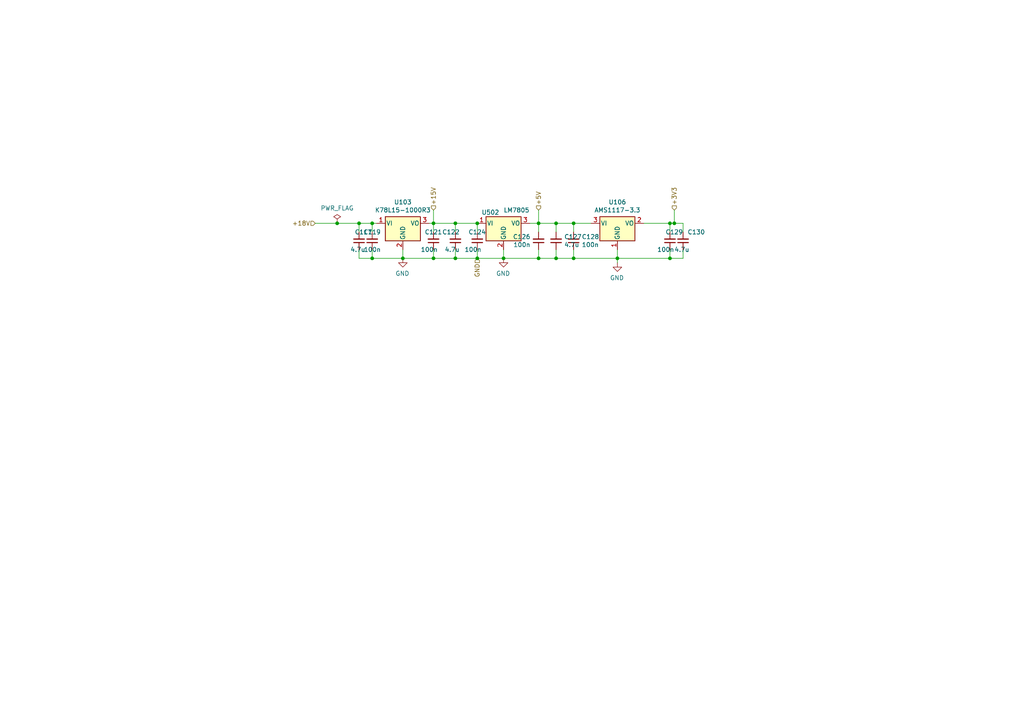
<source format=kicad_sch>
(kicad_sch (version 20250114) (generator "eeschema") (generator_version "9.0")
  (paper "A4")
  (lib_symbols
    (symbol "Device:C_Small" (pin_numbers (hide yes)) (pin_names (offset 0.254) (hide yes))
      (property "Reference" "C" (at 0.254 1.778 0))
      (property "Value" "C_Small" (at 0.254 -2.032 0))
      (symbol "C_Small_0_1"
        (polyline (pts (xy -1.524 0.508) (xy 1.524 0.508)) (stroke (width 0.3048)))
        (polyline (pts (xy -1.524 -0.508) (xy 1.524 -0.508)) (stroke (width 0.3302)))
      )
      (symbol "C_Small_1_1"
        (pin passive line (at 0 2.54 270) (length 2.032) (name "~") (number "1"))
        (pin passive line (at 0 -2.54 90) (length 2.032) (name "~") (number "2"))
      )
    )
    (symbol "Regulator_Linear:AP1117-15" (pin_names (offset 0.254))
      (property "Reference" "U" (at -3.81 3.175 0))
      (property "Value" "AP1117-15" (at 0 3.175 0))
      (symbol "AP1117-15_0_1"
        (rectangle (start -5.08 -5.08) (end 5.08 1.905) (stroke (width 0.254)) (fill (type background)))
      )
      (symbol "AP1117-15_1_1"
        (pin power_in line (at -7.62 0 0) (length 2.54) (name "VI") (number "3"))
        (pin power_in line (at 0 -7.62 90) (length 2.54) (name "GND") (number "1"))
        (pin power_out line (at 7.62 0 180) (length 2.54) (name "VO") (number "2"))
      )
    )
    (symbol "Regulator_Linear:LM7805_TO220" (pin_names (offset 0.254))
      (property "Reference" "U" (at -3.81 3.175 0))
      (property "Value" "LM7805_TO220" (at 0 3.175 0))
      (symbol "LM7805_TO220_0_1"
        (rectangle (start -5.08 1.905) (end 5.08 -5.08) (stroke (width 0.254)) (fill (type background)))
      )
      (symbol "LM7805_TO220_1_1"
        (pin power_in line (at -7.62 0 0) (length 2.54) (name "VI") (number "1"))
        (pin power_in line (at 0 -7.62 90) (length 2.54) (name "GND") (number "2"))
        (pin power_out line (at 7.62 0 180) (length 2.54) (name "VO") (number "3"))
      )
    )
    (symbol "power:GND" (power) (pin_names (offset 0))
      (property "Value" "GND" (at 0 -3.81 0))
      (symbol "GND_0_1"
        (polyline (pts (xy 0 0) (xy 0 -1.27) (xy 1.27 -1.27) (xy 0 -2.54) (xy -1.27 -1.27) (xy 0 -1.27)))
      )
      (symbol "GND_1_1"
        (pin power_in line (at 0 0 270) (length 0) (hide yes) (name "GND") (number "1"))
      )
    )
    (symbol "power:PWR_FLAG" (power) (pin_numbers (hide yes)) (pin_names (offset 0) (hide yes))
      (property "Value" "PWR_FLAG" (at 0 3.81 0))
      (symbol "PWR_FLAG_0_0"
        (pin power_out line (at 0 0 90) (length 0) (name "pwr") (number "1"))
      )
      (symbol "PWR_FLAG_0_1"
        (polyline (pts (xy 0 0) (xy 0 1.27) (xy -1.016 1.905) (xy 0 2.54) (xy 1.016 1.905) (xy 0 1.27)))
      )
    )
  )
  (junction (at 166.37 74.93))
  (junction (at 97.79 64.77))
  (junction (at 107.95 64.77))
  (junction (at 156.21 64.77))
  (junction (at 195.58 64.77))
  (junction (at 161.29 74.93))
  (junction (at 125.73 74.93))
  (junction (at 194.31 64.77))
  (junction (at 104.14 64.77))
  (junction (at 132.08 74.93))
  (junction (at 166.37 64.77))
  (junction (at 179.07 74.93))
  (junction (at 194.31 74.93))
  (junction (at 107.95 74.93))
  (junction (at 125.73 64.77))
  (junction (at 132.08 64.77))
  (junction (at 116.84 74.93))
  (junction (at 138.43 74.93))
  (junction (at 146.05 74.93))
  (junction (at 138.43 64.77))
  (junction (at 156.21 74.93))
  (junction (at 161.29 64.77))
  (wire (pts (xy 125.73 64.77) (xy 124.46 64.77)))
  (wire (pts (xy 166.37 74.93) (xy 161.29 74.93)))
  (wire (pts (xy 179.07 76.2) (xy 179.07 74.93)))
  (wire (pts (xy 179.07 74.93) (xy 194.31 74.93)))
  (wire (pts (xy 104.14 74.93) (xy 104.14 72.39)))
  (wire (pts (xy 125.73 72.39) (xy 125.73 74.93)))
  (wire (pts (xy 125.73 67.31) (xy 125.73 64.77)))
  (wire (pts (xy 156.21 60.96) (xy 156.21 64.77)))
  (wire (pts (xy 104.14 67.31) (xy 104.14 64.77)))
  (wire (pts (xy 198.12 64.77) (xy 195.58 64.77)))
  (wire (pts (xy 132.08 72.39) (xy 132.08 74.93)))
  (wire (pts (xy 161.29 67.31) (xy 161.29 64.77)))
  (wire (pts (xy 138.43 67.31) (xy 138.43 64.77)))
  (wire (pts (xy 194.31 67.31) (xy 194.31 64.77)))
  (wire (pts (xy 125.73 60.96) (xy 125.73 64.77)))
  (wire (pts (xy 138.43 64.77) (xy 132.08 64.77)))
  (wire (pts (xy 156.21 67.31) (xy 156.21 64.77)))
  (wire (pts (xy 179.07 74.93) (xy 166.37 74.93)))
  (wire (pts (xy 125.73 74.93) (xy 116.84 74.93)))
  (wire (pts (xy 97.79 64.77) (xy 104.14 64.77)))
  (wire (pts (xy 195.58 60.96) (xy 195.58 64.77)))
  (wire (pts (xy 116.84 74.93) (xy 116.84 72.39)))
  (wire (pts (xy 107.95 74.93) (xy 116.84 74.93)))
  (wire (pts (xy 198.12 72.39) (xy 198.12 74.93)))
  (wire (pts (xy 195.58 64.77) (xy 194.31 64.77)))
  (wire (pts (xy 107.95 72.39) (xy 107.95 74.93)))
  (wire (pts (xy 91.44 64.77) (xy 97.79 64.77)))
  (wire (pts (xy 107.95 67.31) (xy 107.95 64.77)))
  (wire (pts (xy 132.08 74.93) (xy 138.43 74.93)))
  (wire (pts (xy 161.29 72.39) (xy 161.29 74.93)))
  (wire (pts (xy 104.14 64.77) (xy 107.95 64.77)))
  (wire (pts (xy 171.45 64.77) (xy 166.37 64.77)))
  (wire (pts (xy 198.12 67.31) (xy 198.12 64.77)))
  (wire (pts (xy 153.67 64.77) (xy 156.21 64.77)))
  (wire (pts (xy 194.31 74.93) (xy 194.31 72.39)))
  (wire (pts (xy 132.08 67.31) (xy 132.08 64.77)))
  (wire (pts (xy 161.29 64.77) (xy 156.21 64.77)))
  (wire (pts (xy 166.37 72.39) (xy 166.37 74.93)))
  (wire (pts (xy 156.21 72.39) (xy 156.21 74.93)))
  (wire (pts (xy 186.69 64.77) (xy 194.31 64.77)))
  (wire (pts (xy 161.29 74.93) (xy 156.21 74.93)))
  (wire (pts (xy 198.12 74.93) (xy 194.31 74.93)))
  (wire (pts (xy 109.22 64.77) (xy 107.95 64.77)))
  (wire (pts (xy 138.43 72.39) (xy 138.43 74.93)))
  (wire (pts (xy 107.95 74.93) (xy 104.14 74.93)))
  (wire (pts (xy 132.08 64.77) (xy 125.73 64.77)))
  (wire (pts (xy 138.43 74.93) (xy 146.05 74.93)))
  (wire (pts (xy 146.05 72.39) (xy 146.05 74.93)))
  (wire (pts (xy 132.08 74.93) (xy 125.73 74.93)))
  (wire (pts (xy 166.37 64.77) (xy 161.29 64.77)))
  (wire (pts (xy 166.37 67.31) (xy 166.37 64.77)))
  (wire (pts (xy 156.21 74.93) (xy 146.05 74.93)))
  (wire (pts (xy 179.07 74.93) (xy 179.07 72.39)))
  (hierarchical_label "+3V3" (shape input) (at 195.58 60.96 90))
  (hierarchical_label "+18V" (shape input) (at 91.44 64.77 180))
  (hierarchical_label "+5V" (shape input) (at 156.21 60.96 90))
  (hierarchical_label "+15V" (shape input) (at 125.73 60.96 90))
  (hierarchical_label "GND" (shape input) (at 138.43 74.93 270))
  (symbol (lib_id "Device:C_Small") (at 107.95 69.85 0) (mirror x) (unit 1)
    (property "Reference" "C119" (at 110.49 67.31 0) (effects (justify right)))
    (property "Value" "100n" (at 110.49 72.39 0) (effects (justify right)))
    (property "Footprint" "Capacitor_SMD:C_0603_1608Metric_Pad1.08x0.95mm_HandSolder" (effects (hide yes)))
  )
  (symbol (lib_id "Device:C_Small") (at 156.21 69.85 0) (mirror x) (unit 1)
    (property "Reference" "C126" (at 153.8732 68.6816 0) (effects (justify right)))
    (property "Value" "100n" (at 153.8732 70.993 0) (effects (justify right)))
    (property "Footprint" "Capacitor_SMD:C_0603_1608Metric_Pad1.08x0.95mm_HandSolder" (effects (hide yes)))
  )
  (symbol (lib_id "Device:C_Small") (at 138.43 69.85 0) (mirror x) (unit 1)
    (property "Reference" "C124" (at 140.97 67.31 0) (effects (justify right)))
    (property "Value" "100n" (at 139.7 72.39 0) (effects (justify right)))
    (property "Footprint" "Capacitor_SMD:C_0603_1608Metric_Pad1.08x0.95mm_HandSolder" (effects (hide yes)))
  )
  (symbol (lib_id "power:GND") (at 179.07 76.2 0) (mirror y) (unit 1)
    (property "Reference" "#PWR0138" (effects (hide yes)))
    (property "Value" "GND" (at 178.943 80.5942 0))
  )
  (symbol (lib_id "Device:C_Small") (at 166.37 69.85 180) (unit 1)
    (property "Reference" "C128" (at 168.7068 68.6816 0) (effects (justify right)))
    (property "Value" "100n" (at 168.7068 70.993 0) (effects (justify right)))
    (property "Footprint" "Capacitor_SMD:C_0603_1608Metric_Pad1.08x0.95mm_HandSolder" (effects (hide yes)))
  )
  (symbol (lib_id "power:GND") (at 146.05 74.93 0) (mirror y) (unit 1)
    (property "Reference" "#PWR0137" (effects (hide yes)))
    (property "Value" "GND" (at 145.923 79.3242 0))
  )
  (symbol (lib_id "Device:C_Small") (at 132.08 69.85 0) (mirror x) (unit 1)
    (property "Reference" "C122" (at 133.35 67.31 0) (effects (justify right)))
    (property "Value" "4.7u" (at 133.35 72.39 0) (effects (justify right)))
    (property "Footprint" "Capacitor_SMD:C_1206_3216Metric_Pad1.33x1.80mm_HandSolder" (effects (hide yes)))
  )
  (symbol (lib_id "Regulator_Linear:LM7805_TO220") (at 146.05 64.77 0) (unit 1)
    (property "Reference" "U502" (at 142.24 61.595 0))
    (property "Value" "LM7805" (at 146.05 60.96 0) (effects (justify left)))
    (property "Footprint" "KicadZeniteSolarLibrary18:TO-220-3_Horizontal_TabDown_SMD" (effects (hide yes)))
    (property "Datasheet" "https://www.sparkfun.com/datasheets/Components/LM7805.pdf" (effects (hide yes)))
  )
  (symbol (lib_id "Device:C_Small") (at 161.29 69.85 180) (unit 1)
    (property "Reference" "C127" (at 163.6268 68.6816 0) (effects (justify right)))
    (property "Value" "4.7u" (at 163.6268 70.993 0) (effects (justify right)))
    (property "Footprint" "Capacitor_SMD:C_1206_3216Metric_Pad1.33x1.80mm_HandSolder" (effects (hide yes)))
  )
  (symbol (lib_id "Regulator_Linear:LM7805_TO220") (at 116.84 64.77 0) (unit 1)
    (property "Reference" "U103" (at 116.84 58.6232 0))
    (property "Value" "K78L15-1000R3" (at 116.84 60.9346 0))
    (property "Footprint" "KicadZeniteSolarLibrary18:TO-220-3_Horizontal_Tabless_SMD" (effects (hide yes)))
    (property "Datasheet" "https://www.onsemi.cn/PowerSolutions/document/MC7800-D.PDF" (effects (hide yes)))
  )
  (symbol (lib_id "Device:C_Small") (at 198.12 69.85 180) (unit 1)
    (property "Reference" "C130" (at 199.39 67.31 0) (effects (justify right)))
    (property "Value" "4.7u" (at 195.58 72.39 0) (effects (justify right)))
    (property "Footprint" "Capacitor_SMD:C_1206_3216Metric_Pad1.33x1.80mm_HandSolder" (effects (hide yes)))
  )
  (symbol (lib_id "Device:C_Small") (at 104.14 69.85 180) (unit 1)
    (property "Reference" "C117" (at 102.87 67.31 0) (effects (justify right)))
    (property "Value" "4.7u" (at 101.6 72.39 0) (effects (justify right)))
    (property "Footprint" "Capacitor_SMD:C_1206_3216Metric_Pad1.33x1.80mm_HandSolder" (effects (hide yes)))
  )
  (symbol (lib_id "power:PWR_FLAG") (at 97.79 64.77 0) (mirror y) (unit 1)
    (property "Reference" "#FLG0101" (effects (hide yes)))
    (property "Value" "PWR_FLAG" (at 97.79 60.3758 0))
  )
  (symbol (lib_id "power:GND") (at 116.84 74.93 0) (mirror y) (unit 1)
    (property "Reference" "#PWR0135" (effects (hide yes)))
    (property "Value" "GND" (at 116.713 79.3242 0))
  )
  (symbol (lib_id "Device:C_Small") (at 125.73 69.85 0) (mirror x) (unit 1)
    (property "Reference" "C121" (at 128.27 67.31 0) (effects (justify right)))
    (property "Value" "100n" (at 127 72.39 0) (effects (justify right)))
    (property "Footprint" "Capacitor_SMD:C_0603_1608Metric_Pad1.08x0.95mm_HandSolder" (effects (hide yes)))
  )
  (symbol (lib_id "Device:C_Small") (at 194.31 69.85 0) (mirror x) (unit 1)
    (property "Reference" "C129" (at 198.12 67.31 0) (effects (justify right)))
    (property "Value" "100n" (at 195.58 72.39 0) (effects (justify right)))
    (property "Footprint" "Capacitor_SMD:C_0603_1608Metric_Pad1.08x0.95mm_HandSolder" (effects (hide yes)))
  )
  (symbol (lib_id "Regulator_Linear:AP1117-15") (at 179.07 64.77 0) (unit 1)
    (property "Reference" "U106" (at 179.07 58.6232 0))
    (property "Value" "AMS1117-3.3" (at 179.07 60.9346 0))
    (property "Footprint" "Package_TO_SOT_SMD:SOT-223-3_TabPin2" (effects (hide yes)))
  )
)
</source>
